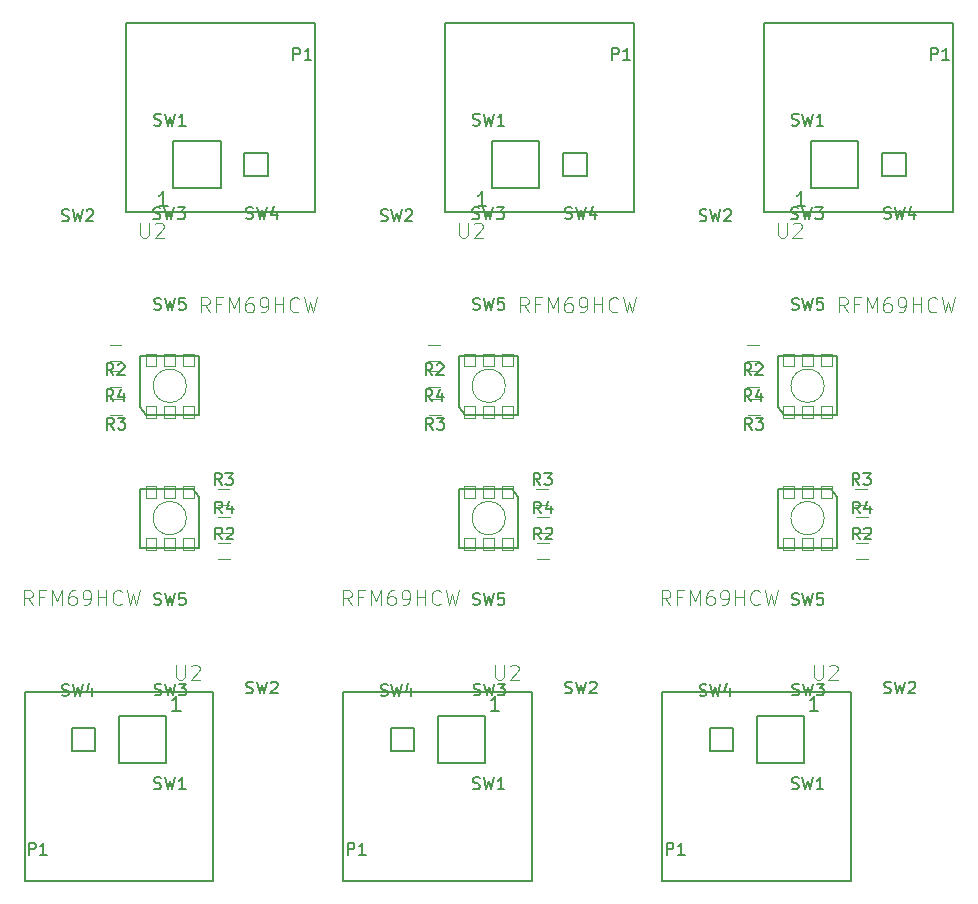
<source format=gbr>
G04 #@! TF.FileFunction,Legend,Top*
%FSLAX46Y46*%
G04 Gerber Fmt 4.6, Leading zero omitted, Abs format (unit mm)*
G04 Created by KiCad (PCBNEW 4.0.6-e0-6349~52~ubuntu16.10.1) date Sat Apr 29 12:35:10 2017*
%MOMM*%
%LPD*%
G01*
G04 APERTURE LIST*
%ADD10C,0.100000*%
%ADD11C,0.120000*%
%ADD12C,0.066040*%
%ADD13C,0.127000*%
%ADD14C,0.063500*%
%ADD15C,0.203200*%
%ADD16C,0.150000*%
%ADD17C,0.101600*%
%ADD18C,0.152400*%
G04 APERTURE END LIST*
D10*
D11*
X259100000Y-106880000D02*
X258100000Y-106880000D01*
X258100000Y-105520000D02*
X259100000Y-105520000D01*
X259050000Y-104480000D02*
X258050000Y-104480000D01*
X258050000Y-103120000D02*
X259050000Y-103120000D01*
X259100000Y-109080000D02*
X258100000Y-109080000D01*
X258100000Y-107720000D02*
X259100000Y-107720000D01*
D12*
X253550420Y-107299260D02*
X253550420Y-108297480D01*
X253550420Y-108297480D02*
X254449580Y-108297480D01*
X254449580Y-107299260D02*
X254449580Y-108297480D01*
X253550420Y-107299260D02*
X254449580Y-107299260D01*
X255148080Y-107299260D02*
X255148080Y-108297480D01*
X255148080Y-108297480D02*
X256049780Y-108297480D01*
X256049780Y-107299260D02*
X256049780Y-108297480D01*
X255148080Y-107299260D02*
X256049780Y-107299260D01*
X251950220Y-107299260D02*
X251950220Y-108297480D01*
X251950220Y-108297480D02*
X252851920Y-108297480D01*
X252851920Y-107299260D02*
X252851920Y-108297480D01*
X251950220Y-107299260D02*
X252851920Y-107299260D01*
X255148080Y-102902520D02*
X255148080Y-103900740D01*
X255148080Y-103900740D02*
X256049780Y-103900740D01*
X256049780Y-102902520D02*
X256049780Y-103900740D01*
X255148080Y-102902520D02*
X256049780Y-102902520D01*
X253550420Y-102902520D02*
X253550420Y-103900740D01*
X253550420Y-103900740D02*
X254449580Y-103900740D01*
X254449580Y-102902520D02*
X254449580Y-103900740D01*
X253550420Y-102902520D02*
X254449580Y-102902520D01*
X251950220Y-102902520D02*
X251950220Y-103900740D01*
X251950220Y-103900740D02*
X252851920Y-103900740D01*
X252851920Y-102902520D02*
X252851920Y-103900740D01*
X251950220Y-102902520D02*
X252851920Y-102902520D01*
D13*
X251500640Y-103100640D02*
X255998980Y-103100640D01*
X256499360Y-103801680D02*
X256499360Y-108099360D01*
X256499360Y-108099360D02*
X251500640Y-108099360D01*
X251500640Y-108099360D02*
X251500640Y-103100640D01*
X255998980Y-103100640D02*
X256499360Y-103801680D01*
D14*
X255411696Y-105600000D02*
G75*
G03X255411696Y-105600000I-1411696J0D01*
G01*
D15*
X257698460Y-120351540D02*
X241701540Y-120351540D01*
X241701540Y-120351540D02*
X241701540Y-136348460D01*
X241701540Y-136348460D02*
X257698460Y-136348460D01*
X257698460Y-136348460D02*
X257698460Y-120351540D01*
X253697960Y-122350520D02*
X253697960Y-126351020D01*
X253697960Y-126351020D02*
X249700000Y-126351020D01*
X249700000Y-126351020D02*
X249700000Y-122350520D01*
X249700000Y-122350520D02*
X253697960Y-122350520D01*
X247701020Y-125350260D02*
X247701020Y-123351280D01*
X245702040Y-123351280D02*
X247701020Y-123351280D01*
X245702040Y-125350260D02*
X245702040Y-123351280D01*
X245702040Y-125350260D02*
X247701020Y-125350260D01*
D11*
X232100000Y-106880000D02*
X231100000Y-106880000D01*
X231100000Y-105520000D02*
X232100000Y-105520000D01*
X205100000Y-106880000D02*
X204100000Y-106880000D01*
X204100000Y-105520000D02*
X205100000Y-105520000D01*
X232100000Y-109080000D02*
X231100000Y-109080000D01*
X231100000Y-107720000D02*
X232100000Y-107720000D01*
X205100000Y-109080000D02*
X204100000Y-109080000D01*
X204100000Y-107720000D02*
X205100000Y-107720000D01*
X232050000Y-104480000D02*
X231050000Y-104480000D01*
X231050000Y-103120000D02*
X232050000Y-103120000D01*
X205050000Y-104480000D02*
X204050000Y-104480000D01*
X204050000Y-103120000D02*
X205050000Y-103120000D01*
D12*
X226550420Y-107299260D02*
X226550420Y-108297480D01*
X226550420Y-108297480D02*
X227449580Y-108297480D01*
X227449580Y-107299260D02*
X227449580Y-108297480D01*
X226550420Y-107299260D02*
X227449580Y-107299260D01*
X228148080Y-107299260D02*
X228148080Y-108297480D01*
X228148080Y-108297480D02*
X229049780Y-108297480D01*
X229049780Y-107299260D02*
X229049780Y-108297480D01*
X228148080Y-107299260D02*
X229049780Y-107299260D01*
X224950220Y-107299260D02*
X224950220Y-108297480D01*
X224950220Y-108297480D02*
X225851920Y-108297480D01*
X225851920Y-107299260D02*
X225851920Y-108297480D01*
X224950220Y-107299260D02*
X225851920Y-107299260D01*
X228148080Y-102902520D02*
X228148080Y-103900740D01*
X228148080Y-103900740D02*
X229049780Y-103900740D01*
X229049780Y-102902520D02*
X229049780Y-103900740D01*
X228148080Y-102902520D02*
X229049780Y-102902520D01*
X226550420Y-102902520D02*
X226550420Y-103900740D01*
X226550420Y-103900740D02*
X227449580Y-103900740D01*
X227449580Y-102902520D02*
X227449580Y-103900740D01*
X226550420Y-102902520D02*
X227449580Y-102902520D01*
X224950220Y-102902520D02*
X224950220Y-103900740D01*
X224950220Y-103900740D02*
X225851920Y-103900740D01*
X225851920Y-102902520D02*
X225851920Y-103900740D01*
X224950220Y-102902520D02*
X225851920Y-102902520D01*
D13*
X224500640Y-103100640D02*
X228998980Y-103100640D01*
X229499360Y-103801680D02*
X229499360Y-108099360D01*
X229499360Y-108099360D02*
X224500640Y-108099360D01*
X224500640Y-108099360D02*
X224500640Y-103100640D01*
X228998980Y-103100640D02*
X229499360Y-103801680D01*
D14*
X228411696Y-105600000D02*
G75*
G03X228411696Y-105600000I-1411696J0D01*
G01*
D12*
X199550420Y-107299260D02*
X199550420Y-108297480D01*
X199550420Y-108297480D02*
X200449580Y-108297480D01*
X200449580Y-107299260D02*
X200449580Y-108297480D01*
X199550420Y-107299260D02*
X200449580Y-107299260D01*
X201148080Y-107299260D02*
X201148080Y-108297480D01*
X201148080Y-108297480D02*
X202049780Y-108297480D01*
X202049780Y-107299260D02*
X202049780Y-108297480D01*
X201148080Y-107299260D02*
X202049780Y-107299260D01*
X197950220Y-107299260D02*
X197950220Y-108297480D01*
X197950220Y-108297480D02*
X198851920Y-108297480D01*
X198851920Y-107299260D02*
X198851920Y-108297480D01*
X197950220Y-107299260D02*
X198851920Y-107299260D01*
X201148080Y-102902520D02*
X201148080Y-103900740D01*
X201148080Y-103900740D02*
X202049780Y-103900740D01*
X202049780Y-102902520D02*
X202049780Y-103900740D01*
X201148080Y-102902520D02*
X202049780Y-102902520D01*
X199550420Y-102902520D02*
X199550420Y-103900740D01*
X199550420Y-103900740D02*
X200449580Y-103900740D01*
X200449580Y-102902520D02*
X200449580Y-103900740D01*
X199550420Y-102902520D02*
X200449580Y-102902520D01*
X197950220Y-102902520D02*
X197950220Y-103900740D01*
X197950220Y-103900740D02*
X198851920Y-103900740D01*
X198851920Y-102902520D02*
X198851920Y-103900740D01*
X197950220Y-102902520D02*
X198851920Y-102902520D01*
D13*
X197500640Y-103100640D02*
X201998980Y-103100640D01*
X202499360Y-103801680D02*
X202499360Y-108099360D01*
X202499360Y-108099360D02*
X197500640Y-108099360D01*
X197500640Y-108099360D02*
X197500640Y-103100640D01*
X201998980Y-103100640D02*
X202499360Y-103801680D01*
D14*
X201411696Y-105600000D02*
G75*
G03X201411696Y-105600000I-1411696J0D01*
G01*
D15*
X230698460Y-120351540D02*
X214701540Y-120351540D01*
X214701540Y-120351540D02*
X214701540Y-136348460D01*
X214701540Y-136348460D02*
X230698460Y-136348460D01*
X230698460Y-136348460D02*
X230698460Y-120351540D01*
X226697960Y-122350520D02*
X226697960Y-126351020D01*
X226697960Y-126351020D02*
X222700000Y-126351020D01*
X222700000Y-126351020D02*
X222700000Y-122350520D01*
X222700000Y-122350520D02*
X226697960Y-122350520D01*
X220701020Y-125350260D02*
X220701020Y-123351280D01*
X218702040Y-123351280D02*
X220701020Y-123351280D01*
X218702040Y-125350260D02*
X218702040Y-123351280D01*
X218702040Y-125350260D02*
X220701020Y-125350260D01*
X203698460Y-120351540D02*
X187701540Y-120351540D01*
X187701540Y-120351540D02*
X187701540Y-136348460D01*
X187701540Y-136348460D02*
X203698460Y-136348460D01*
X203698460Y-136348460D02*
X203698460Y-120351540D01*
X199697960Y-122350520D02*
X199697960Y-126351020D01*
X199697960Y-126351020D02*
X195700000Y-126351020D01*
X195700000Y-126351020D02*
X195700000Y-122350520D01*
X195700000Y-122350520D02*
X199697960Y-122350520D01*
X193701020Y-125350260D02*
X193701020Y-123351280D01*
X191702040Y-123351280D02*
X193701020Y-123351280D01*
X191702040Y-125350260D02*
X191702040Y-123351280D01*
X191702040Y-125350260D02*
X193701020Y-125350260D01*
X250301540Y-79648460D02*
X266298460Y-79648460D01*
X266298460Y-79648460D02*
X266298460Y-63651540D01*
X266298460Y-63651540D02*
X250301540Y-63651540D01*
X250301540Y-63651540D02*
X250301540Y-79648460D01*
X254302040Y-77649480D02*
X254302040Y-73648980D01*
X254302040Y-73648980D02*
X258300000Y-73648980D01*
X258300000Y-73648980D02*
X258300000Y-77649480D01*
X258300000Y-77649480D02*
X254302040Y-77649480D01*
X260298980Y-74649740D02*
X260298980Y-76648720D01*
X262297960Y-76648720D02*
X260298980Y-76648720D01*
X262297960Y-74649740D02*
X262297960Y-76648720D01*
X262297960Y-74649740D02*
X260298980Y-74649740D01*
X223301540Y-79648460D02*
X239298460Y-79648460D01*
X239298460Y-79648460D02*
X239298460Y-63651540D01*
X239298460Y-63651540D02*
X223301540Y-63651540D01*
X223301540Y-63651540D02*
X223301540Y-79648460D01*
X227302040Y-77649480D02*
X227302040Y-73648980D01*
X227302040Y-73648980D02*
X231300000Y-73648980D01*
X231300000Y-73648980D02*
X231300000Y-77649480D01*
X231300000Y-77649480D02*
X227302040Y-77649480D01*
X233298980Y-74649740D02*
X233298980Y-76648720D01*
X235297960Y-76648720D02*
X233298980Y-76648720D01*
X235297960Y-74649740D02*
X235297960Y-76648720D01*
X235297960Y-74649740D02*
X233298980Y-74649740D01*
D12*
X254449580Y-92700740D02*
X254449580Y-91702520D01*
X254449580Y-91702520D02*
X253550420Y-91702520D01*
X253550420Y-92700740D02*
X253550420Y-91702520D01*
X254449580Y-92700740D02*
X253550420Y-92700740D01*
X252851920Y-92700740D02*
X252851920Y-91702520D01*
X252851920Y-91702520D02*
X251950220Y-91702520D01*
X251950220Y-92700740D02*
X251950220Y-91702520D01*
X252851920Y-92700740D02*
X251950220Y-92700740D01*
X256049780Y-92700740D02*
X256049780Y-91702520D01*
X256049780Y-91702520D02*
X255148080Y-91702520D01*
X255148080Y-92700740D02*
X255148080Y-91702520D01*
X256049780Y-92700740D02*
X255148080Y-92700740D01*
X252851920Y-97097480D02*
X252851920Y-96099260D01*
X252851920Y-96099260D02*
X251950220Y-96099260D01*
X251950220Y-97097480D02*
X251950220Y-96099260D01*
X252851920Y-97097480D02*
X251950220Y-97097480D01*
X254449580Y-97097480D02*
X254449580Y-96099260D01*
X254449580Y-96099260D02*
X253550420Y-96099260D01*
X253550420Y-97097480D02*
X253550420Y-96099260D01*
X254449580Y-97097480D02*
X253550420Y-97097480D01*
X256049780Y-97097480D02*
X256049780Y-96099260D01*
X256049780Y-96099260D02*
X255148080Y-96099260D01*
X255148080Y-97097480D02*
X255148080Y-96099260D01*
X256049780Y-97097480D02*
X255148080Y-97097480D01*
D13*
X256499360Y-96899360D02*
X252001020Y-96899360D01*
X251500640Y-96198320D02*
X251500640Y-91900640D01*
X251500640Y-91900640D02*
X256499360Y-91900640D01*
X256499360Y-91900640D02*
X256499360Y-96899360D01*
X252001020Y-96899360D02*
X251500640Y-96198320D01*
D14*
X255411696Y-94400000D02*
G75*
G03X255411696Y-94400000I-1411696J0D01*
G01*
D12*
X227449580Y-92700740D02*
X227449580Y-91702520D01*
X227449580Y-91702520D02*
X226550420Y-91702520D01*
X226550420Y-92700740D02*
X226550420Y-91702520D01*
X227449580Y-92700740D02*
X226550420Y-92700740D01*
X225851920Y-92700740D02*
X225851920Y-91702520D01*
X225851920Y-91702520D02*
X224950220Y-91702520D01*
X224950220Y-92700740D02*
X224950220Y-91702520D01*
X225851920Y-92700740D02*
X224950220Y-92700740D01*
X229049780Y-92700740D02*
X229049780Y-91702520D01*
X229049780Y-91702520D02*
X228148080Y-91702520D01*
X228148080Y-92700740D02*
X228148080Y-91702520D01*
X229049780Y-92700740D02*
X228148080Y-92700740D01*
X225851920Y-97097480D02*
X225851920Y-96099260D01*
X225851920Y-96099260D02*
X224950220Y-96099260D01*
X224950220Y-97097480D02*
X224950220Y-96099260D01*
X225851920Y-97097480D02*
X224950220Y-97097480D01*
X227449580Y-97097480D02*
X227449580Y-96099260D01*
X227449580Y-96099260D02*
X226550420Y-96099260D01*
X226550420Y-97097480D02*
X226550420Y-96099260D01*
X227449580Y-97097480D02*
X226550420Y-97097480D01*
X229049780Y-97097480D02*
X229049780Y-96099260D01*
X229049780Y-96099260D02*
X228148080Y-96099260D01*
X228148080Y-97097480D02*
X228148080Y-96099260D01*
X229049780Y-97097480D02*
X228148080Y-97097480D01*
D13*
X229499360Y-96899360D02*
X225001020Y-96899360D01*
X224500640Y-96198320D02*
X224500640Y-91900640D01*
X224500640Y-91900640D02*
X229499360Y-91900640D01*
X229499360Y-91900640D02*
X229499360Y-96899360D01*
X225001020Y-96899360D02*
X224500640Y-96198320D01*
D14*
X228411696Y-94400000D02*
G75*
G03X228411696Y-94400000I-1411696J0D01*
G01*
D11*
X248950000Y-95520000D02*
X249950000Y-95520000D01*
X249950000Y-96880000D02*
X248950000Y-96880000D01*
X221950000Y-95520000D02*
X222950000Y-95520000D01*
X222950000Y-96880000D02*
X221950000Y-96880000D01*
X248900000Y-90920000D02*
X249900000Y-90920000D01*
X249900000Y-92280000D02*
X248900000Y-92280000D01*
X221900000Y-90920000D02*
X222900000Y-90920000D01*
X222900000Y-92280000D02*
X221900000Y-92280000D01*
X248900000Y-93120000D02*
X249900000Y-93120000D01*
X249900000Y-94480000D02*
X248900000Y-94480000D01*
X221900000Y-93120000D02*
X222900000Y-93120000D01*
X222900000Y-94480000D02*
X221900000Y-94480000D01*
D15*
X196301540Y-79648460D02*
X212298460Y-79648460D01*
X212298460Y-79648460D02*
X212298460Y-63651540D01*
X212298460Y-63651540D02*
X196301540Y-63651540D01*
X196301540Y-63651540D02*
X196301540Y-79648460D01*
X200302040Y-77649480D02*
X200302040Y-73648980D01*
X200302040Y-73648980D02*
X204300000Y-73648980D01*
X204300000Y-73648980D02*
X204300000Y-77649480D01*
X204300000Y-77649480D02*
X200302040Y-77649480D01*
X206298980Y-74649740D02*
X206298980Y-76648720D01*
X208297960Y-76648720D02*
X206298980Y-76648720D01*
X208297960Y-74649740D02*
X208297960Y-76648720D01*
X208297960Y-74649740D02*
X206298980Y-74649740D01*
D12*
X200449580Y-92700740D02*
X200449580Y-91702520D01*
X200449580Y-91702520D02*
X199550420Y-91702520D01*
X199550420Y-92700740D02*
X199550420Y-91702520D01*
X200449580Y-92700740D02*
X199550420Y-92700740D01*
X198851920Y-92700740D02*
X198851920Y-91702520D01*
X198851920Y-91702520D02*
X197950220Y-91702520D01*
X197950220Y-92700740D02*
X197950220Y-91702520D01*
X198851920Y-92700740D02*
X197950220Y-92700740D01*
X202049780Y-92700740D02*
X202049780Y-91702520D01*
X202049780Y-91702520D02*
X201148080Y-91702520D01*
X201148080Y-92700740D02*
X201148080Y-91702520D01*
X202049780Y-92700740D02*
X201148080Y-92700740D01*
X198851920Y-97097480D02*
X198851920Y-96099260D01*
X198851920Y-96099260D02*
X197950220Y-96099260D01*
X197950220Y-97097480D02*
X197950220Y-96099260D01*
X198851920Y-97097480D02*
X197950220Y-97097480D01*
X200449580Y-97097480D02*
X200449580Y-96099260D01*
X200449580Y-96099260D02*
X199550420Y-96099260D01*
X199550420Y-97097480D02*
X199550420Y-96099260D01*
X200449580Y-97097480D02*
X199550420Y-97097480D01*
X202049780Y-97097480D02*
X202049780Y-96099260D01*
X202049780Y-96099260D02*
X201148080Y-96099260D01*
X201148080Y-97097480D02*
X201148080Y-96099260D01*
X202049780Y-97097480D02*
X201148080Y-97097480D01*
D13*
X202499360Y-96899360D02*
X198001020Y-96899360D01*
X197500640Y-96198320D02*
X197500640Y-91900640D01*
X197500640Y-91900640D02*
X202499360Y-91900640D01*
X202499360Y-91900640D02*
X202499360Y-96899360D01*
X198001020Y-96899360D02*
X197500640Y-96198320D01*
D14*
X201411696Y-94400000D02*
G75*
G03X201411696Y-94400000I-1411696J0D01*
G01*
D11*
X194900000Y-90920000D02*
X195900000Y-90920000D01*
X195900000Y-92280000D02*
X194900000Y-92280000D01*
X194950000Y-95520000D02*
X195950000Y-95520000D01*
X195950000Y-96880000D02*
X194950000Y-96880000D01*
X194900000Y-93120000D02*
X195900000Y-93120000D01*
X195900000Y-94480000D02*
X194900000Y-94480000D01*
D16*
X242061905Y-134102381D02*
X242061905Y-133102381D01*
X242442858Y-133102381D01*
X242538096Y-133150000D01*
X242585715Y-133197619D01*
X242633334Y-133292857D01*
X242633334Y-133435714D01*
X242585715Y-133530952D01*
X242538096Y-133578571D01*
X242442858Y-133626190D01*
X242061905Y-133626190D01*
X243585715Y-134102381D02*
X243014286Y-134102381D01*
X243300000Y-134102381D02*
X243300000Y-133102381D01*
X243204762Y-133245238D01*
X243109524Y-133340476D01*
X243014286Y-133388095D01*
X258433334Y-105202381D02*
X258100000Y-104726190D01*
X257861905Y-105202381D02*
X257861905Y-104202381D01*
X258242858Y-104202381D01*
X258338096Y-104250000D01*
X258385715Y-104297619D01*
X258433334Y-104392857D01*
X258433334Y-104535714D01*
X258385715Y-104630952D01*
X258338096Y-104678571D01*
X258242858Y-104726190D01*
X257861905Y-104726190D01*
X259290477Y-104535714D02*
X259290477Y-105202381D01*
X259052381Y-104154762D02*
X258814286Y-104869048D01*
X259433334Y-104869048D01*
X258383334Y-102802381D02*
X258050000Y-102326190D01*
X257811905Y-102802381D02*
X257811905Y-101802381D01*
X258192858Y-101802381D01*
X258288096Y-101850000D01*
X258335715Y-101897619D01*
X258383334Y-101992857D01*
X258383334Y-102135714D01*
X258335715Y-102230952D01*
X258288096Y-102278571D01*
X258192858Y-102326190D01*
X257811905Y-102326190D01*
X258716667Y-101802381D02*
X259335715Y-101802381D01*
X259002381Y-102183333D01*
X259145239Y-102183333D01*
X259240477Y-102230952D01*
X259288096Y-102278571D01*
X259335715Y-102373810D01*
X259335715Y-102611905D01*
X259288096Y-102707143D01*
X259240477Y-102754762D01*
X259145239Y-102802381D01*
X258859524Y-102802381D01*
X258764286Y-102754762D01*
X258716667Y-102707143D01*
X258433334Y-107402381D02*
X258100000Y-106926190D01*
X257861905Y-107402381D02*
X257861905Y-106402381D01*
X258242858Y-106402381D01*
X258338096Y-106450000D01*
X258385715Y-106497619D01*
X258433334Y-106592857D01*
X258433334Y-106735714D01*
X258385715Y-106830952D01*
X258338096Y-106878571D01*
X258242858Y-106926190D01*
X257861905Y-106926190D01*
X258814286Y-106497619D02*
X258861905Y-106450000D01*
X258957143Y-106402381D01*
X259195239Y-106402381D01*
X259290477Y-106450000D01*
X259338096Y-106497619D01*
X259385715Y-106592857D01*
X259385715Y-106688095D01*
X259338096Y-106830952D01*
X258766667Y-107402381D01*
X259385715Y-107402381D01*
X252666667Y-128494762D02*
X252809524Y-128542381D01*
X253047620Y-128542381D01*
X253142858Y-128494762D01*
X253190477Y-128447143D01*
X253238096Y-128351905D01*
X253238096Y-128256667D01*
X253190477Y-128161429D01*
X253142858Y-128113810D01*
X253047620Y-128066190D01*
X252857143Y-128018571D01*
X252761905Y-127970952D01*
X252714286Y-127923333D01*
X252666667Y-127828095D01*
X252666667Y-127732857D01*
X252714286Y-127637619D01*
X252761905Y-127590000D01*
X252857143Y-127542381D01*
X253095239Y-127542381D01*
X253238096Y-127590000D01*
X253571429Y-127542381D02*
X253809524Y-128542381D01*
X254000001Y-127828095D01*
X254190477Y-128542381D01*
X254428572Y-127542381D01*
X255333334Y-128542381D02*
X254761905Y-128542381D01*
X255047619Y-128542381D02*
X255047619Y-127542381D01*
X254952381Y-127685238D01*
X254857143Y-127780476D01*
X254761905Y-127828095D01*
X260466667Y-120394762D02*
X260609524Y-120442381D01*
X260847620Y-120442381D01*
X260942858Y-120394762D01*
X260990477Y-120347143D01*
X261038096Y-120251905D01*
X261038096Y-120156667D01*
X260990477Y-120061429D01*
X260942858Y-120013810D01*
X260847620Y-119966190D01*
X260657143Y-119918571D01*
X260561905Y-119870952D01*
X260514286Y-119823333D01*
X260466667Y-119728095D01*
X260466667Y-119632857D01*
X260514286Y-119537619D01*
X260561905Y-119490000D01*
X260657143Y-119442381D01*
X260895239Y-119442381D01*
X261038096Y-119490000D01*
X261371429Y-119442381D02*
X261609524Y-120442381D01*
X261800001Y-119728095D01*
X261990477Y-120442381D01*
X262228572Y-119442381D01*
X262561905Y-119537619D02*
X262609524Y-119490000D01*
X262704762Y-119442381D01*
X262942858Y-119442381D01*
X263038096Y-119490000D01*
X263085715Y-119537619D01*
X263133334Y-119632857D01*
X263133334Y-119728095D01*
X263085715Y-119870952D01*
X262514286Y-120442381D01*
X263133334Y-120442381D01*
X244866667Y-120594762D02*
X245009524Y-120642381D01*
X245247620Y-120642381D01*
X245342858Y-120594762D01*
X245390477Y-120547143D01*
X245438096Y-120451905D01*
X245438096Y-120356667D01*
X245390477Y-120261429D01*
X245342858Y-120213810D01*
X245247620Y-120166190D01*
X245057143Y-120118571D01*
X244961905Y-120070952D01*
X244914286Y-120023333D01*
X244866667Y-119928095D01*
X244866667Y-119832857D01*
X244914286Y-119737619D01*
X244961905Y-119690000D01*
X245057143Y-119642381D01*
X245295239Y-119642381D01*
X245438096Y-119690000D01*
X245771429Y-119642381D02*
X246009524Y-120642381D01*
X246200001Y-119928095D01*
X246390477Y-120642381D01*
X246628572Y-119642381D01*
X247438096Y-119975714D02*
X247438096Y-120642381D01*
X247200000Y-119594762D02*
X246961905Y-120309048D01*
X247580953Y-120309048D01*
X252666667Y-112894762D02*
X252809524Y-112942381D01*
X253047620Y-112942381D01*
X253142858Y-112894762D01*
X253190477Y-112847143D01*
X253238096Y-112751905D01*
X253238096Y-112656667D01*
X253190477Y-112561429D01*
X253142858Y-112513810D01*
X253047620Y-112466190D01*
X252857143Y-112418571D01*
X252761905Y-112370952D01*
X252714286Y-112323333D01*
X252666667Y-112228095D01*
X252666667Y-112132857D01*
X252714286Y-112037619D01*
X252761905Y-111990000D01*
X252857143Y-111942381D01*
X253095239Y-111942381D01*
X253238096Y-111990000D01*
X253571429Y-111942381D02*
X253809524Y-112942381D01*
X254000001Y-112228095D01*
X254190477Y-112942381D01*
X254428572Y-111942381D01*
X255285715Y-111942381D02*
X254809524Y-111942381D01*
X254761905Y-112418571D01*
X254809524Y-112370952D01*
X254904762Y-112323333D01*
X255142858Y-112323333D01*
X255238096Y-112370952D01*
X255285715Y-112418571D01*
X255333334Y-112513810D01*
X255333334Y-112751905D01*
X255285715Y-112847143D01*
X255238096Y-112894762D01*
X255142858Y-112942381D01*
X254904762Y-112942381D01*
X254809524Y-112894762D01*
X254761905Y-112847143D01*
X252716667Y-120564762D02*
X252859524Y-120612381D01*
X253097620Y-120612381D01*
X253192858Y-120564762D01*
X253240477Y-120517143D01*
X253288096Y-120421905D01*
X253288096Y-120326667D01*
X253240477Y-120231429D01*
X253192858Y-120183810D01*
X253097620Y-120136190D01*
X252907143Y-120088571D01*
X252811905Y-120040952D01*
X252764286Y-119993333D01*
X252716667Y-119898095D01*
X252716667Y-119802857D01*
X252764286Y-119707619D01*
X252811905Y-119660000D01*
X252907143Y-119612381D01*
X253145239Y-119612381D01*
X253288096Y-119660000D01*
X253621429Y-119612381D02*
X253859524Y-120612381D01*
X254050001Y-119898095D01*
X254240477Y-120612381D01*
X254478572Y-119612381D01*
X254764286Y-119612381D02*
X255383334Y-119612381D01*
X255050000Y-119993333D01*
X255192858Y-119993333D01*
X255288096Y-120040952D01*
X255335715Y-120088571D01*
X255383334Y-120183810D01*
X255383334Y-120421905D01*
X255335715Y-120517143D01*
X255288096Y-120564762D01*
X255192858Y-120612381D01*
X254907143Y-120612381D01*
X254811905Y-120564762D01*
X254764286Y-120517143D01*
D17*
X254556601Y-118020304D02*
X254556601Y-119048399D01*
X254617077Y-119169351D01*
X254677553Y-119229828D01*
X254798506Y-119290304D01*
X255040410Y-119290304D01*
X255161363Y-119229828D01*
X255221839Y-119169351D01*
X255282315Y-119048399D01*
X255282315Y-118020304D01*
X255826601Y-118141256D02*
X255887077Y-118080780D01*
X256008029Y-118020304D01*
X256310410Y-118020304D01*
X256431363Y-118080780D01*
X256491839Y-118141256D01*
X256552315Y-118262209D01*
X256552315Y-118383161D01*
X256491839Y-118564590D01*
X255766125Y-119290304D01*
X256552315Y-119290304D01*
X242387619Y-112974524D02*
X241964286Y-112369762D01*
X241661905Y-112974524D02*
X241661905Y-111704524D01*
X242145714Y-111704524D01*
X242266667Y-111765000D01*
X242327143Y-111825476D01*
X242387619Y-111946429D01*
X242387619Y-112127857D01*
X242327143Y-112248810D01*
X242266667Y-112309286D01*
X242145714Y-112369762D01*
X241661905Y-112369762D01*
X243355238Y-112309286D02*
X242931905Y-112309286D01*
X242931905Y-112974524D02*
X242931905Y-111704524D01*
X243536667Y-111704524D01*
X244020476Y-112974524D02*
X244020476Y-111704524D01*
X244443809Y-112611667D01*
X244867143Y-111704524D01*
X244867143Y-112974524D01*
X246016191Y-111704524D02*
X245774286Y-111704524D01*
X245653334Y-111765000D01*
X245592857Y-111825476D01*
X245471905Y-112006905D01*
X245411429Y-112248810D01*
X245411429Y-112732619D01*
X245471905Y-112853571D01*
X245532381Y-112914048D01*
X245653334Y-112974524D01*
X245895238Y-112974524D01*
X246016191Y-112914048D01*
X246076667Y-112853571D01*
X246137143Y-112732619D01*
X246137143Y-112430238D01*
X246076667Y-112309286D01*
X246016191Y-112248810D01*
X245895238Y-112188333D01*
X245653334Y-112188333D01*
X245532381Y-112248810D01*
X245471905Y-112309286D01*
X245411429Y-112430238D01*
X246741905Y-112974524D02*
X246983810Y-112974524D01*
X247104762Y-112914048D01*
X247165238Y-112853571D01*
X247286191Y-112672143D01*
X247346667Y-112430238D01*
X247346667Y-111946429D01*
X247286191Y-111825476D01*
X247225715Y-111765000D01*
X247104762Y-111704524D01*
X246862858Y-111704524D01*
X246741905Y-111765000D01*
X246681429Y-111825476D01*
X246620953Y-111946429D01*
X246620953Y-112248810D01*
X246681429Y-112369762D01*
X246741905Y-112430238D01*
X246862858Y-112490714D01*
X247104762Y-112490714D01*
X247225715Y-112430238D01*
X247286191Y-112369762D01*
X247346667Y-112248810D01*
X247890953Y-112974524D02*
X247890953Y-111704524D01*
X247890953Y-112309286D02*
X248616667Y-112309286D01*
X248616667Y-112974524D02*
X248616667Y-111704524D01*
X249947143Y-112853571D02*
X249886667Y-112914048D01*
X249705238Y-112974524D01*
X249584286Y-112974524D01*
X249402858Y-112914048D01*
X249281905Y-112793095D01*
X249221429Y-112672143D01*
X249160953Y-112430238D01*
X249160953Y-112248810D01*
X249221429Y-112006905D01*
X249281905Y-111885952D01*
X249402858Y-111765000D01*
X249584286Y-111704524D01*
X249705238Y-111704524D01*
X249886667Y-111765000D01*
X249947143Y-111825476D01*
X250370477Y-111704524D02*
X250672858Y-112974524D01*
X250914762Y-112067381D01*
X251156667Y-112974524D01*
X251459048Y-111704524D01*
D18*
X254911717Y-121939524D02*
X254186003Y-121939524D01*
X254548860Y-121939524D02*
X254548860Y-120669524D01*
X254427908Y-120850952D01*
X254306955Y-120971905D01*
X254186003Y-121032381D01*
D16*
X217866667Y-120594762D02*
X218009524Y-120642381D01*
X218247620Y-120642381D01*
X218342858Y-120594762D01*
X218390477Y-120547143D01*
X218438096Y-120451905D01*
X218438096Y-120356667D01*
X218390477Y-120261429D01*
X218342858Y-120213810D01*
X218247620Y-120166190D01*
X218057143Y-120118571D01*
X217961905Y-120070952D01*
X217914286Y-120023333D01*
X217866667Y-119928095D01*
X217866667Y-119832857D01*
X217914286Y-119737619D01*
X217961905Y-119690000D01*
X218057143Y-119642381D01*
X218295239Y-119642381D01*
X218438096Y-119690000D01*
X218771429Y-119642381D02*
X219009524Y-120642381D01*
X219200001Y-119928095D01*
X219390477Y-120642381D01*
X219628572Y-119642381D01*
X220438096Y-119975714D02*
X220438096Y-120642381D01*
X220200000Y-119594762D02*
X219961905Y-120309048D01*
X220580953Y-120309048D01*
X190866667Y-120594762D02*
X191009524Y-120642381D01*
X191247620Y-120642381D01*
X191342858Y-120594762D01*
X191390477Y-120547143D01*
X191438096Y-120451905D01*
X191438096Y-120356667D01*
X191390477Y-120261429D01*
X191342858Y-120213810D01*
X191247620Y-120166190D01*
X191057143Y-120118571D01*
X190961905Y-120070952D01*
X190914286Y-120023333D01*
X190866667Y-119928095D01*
X190866667Y-119832857D01*
X190914286Y-119737619D01*
X190961905Y-119690000D01*
X191057143Y-119642381D01*
X191295239Y-119642381D01*
X191438096Y-119690000D01*
X191771429Y-119642381D02*
X192009524Y-120642381D01*
X192200001Y-119928095D01*
X192390477Y-120642381D01*
X192628572Y-119642381D01*
X193438096Y-119975714D02*
X193438096Y-120642381D01*
X193200000Y-119594762D02*
X192961905Y-120309048D01*
X193580953Y-120309048D01*
X215061905Y-134102381D02*
X215061905Y-133102381D01*
X215442858Y-133102381D01*
X215538096Y-133150000D01*
X215585715Y-133197619D01*
X215633334Y-133292857D01*
X215633334Y-133435714D01*
X215585715Y-133530952D01*
X215538096Y-133578571D01*
X215442858Y-133626190D01*
X215061905Y-133626190D01*
X216585715Y-134102381D02*
X216014286Y-134102381D01*
X216300000Y-134102381D02*
X216300000Y-133102381D01*
X216204762Y-133245238D01*
X216109524Y-133340476D01*
X216014286Y-133388095D01*
X188061905Y-134102381D02*
X188061905Y-133102381D01*
X188442858Y-133102381D01*
X188538096Y-133150000D01*
X188585715Y-133197619D01*
X188633334Y-133292857D01*
X188633334Y-133435714D01*
X188585715Y-133530952D01*
X188538096Y-133578571D01*
X188442858Y-133626190D01*
X188061905Y-133626190D01*
X189585715Y-134102381D02*
X189014286Y-134102381D01*
X189300000Y-134102381D02*
X189300000Y-133102381D01*
X189204762Y-133245238D01*
X189109524Y-133340476D01*
X189014286Y-133388095D01*
X225666667Y-128494762D02*
X225809524Y-128542381D01*
X226047620Y-128542381D01*
X226142858Y-128494762D01*
X226190477Y-128447143D01*
X226238096Y-128351905D01*
X226238096Y-128256667D01*
X226190477Y-128161429D01*
X226142858Y-128113810D01*
X226047620Y-128066190D01*
X225857143Y-128018571D01*
X225761905Y-127970952D01*
X225714286Y-127923333D01*
X225666667Y-127828095D01*
X225666667Y-127732857D01*
X225714286Y-127637619D01*
X225761905Y-127590000D01*
X225857143Y-127542381D01*
X226095239Y-127542381D01*
X226238096Y-127590000D01*
X226571429Y-127542381D02*
X226809524Y-128542381D01*
X227000001Y-127828095D01*
X227190477Y-128542381D01*
X227428572Y-127542381D01*
X228333334Y-128542381D02*
X227761905Y-128542381D01*
X228047619Y-128542381D02*
X228047619Y-127542381D01*
X227952381Y-127685238D01*
X227857143Y-127780476D01*
X227761905Y-127828095D01*
X198666667Y-128494762D02*
X198809524Y-128542381D01*
X199047620Y-128542381D01*
X199142858Y-128494762D01*
X199190477Y-128447143D01*
X199238096Y-128351905D01*
X199238096Y-128256667D01*
X199190477Y-128161429D01*
X199142858Y-128113810D01*
X199047620Y-128066190D01*
X198857143Y-128018571D01*
X198761905Y-127970952D01*
X198714286Y-127923333D01*
X198666667Y-127828095D01*
X198666667Y-127732857D01*
X198714286Y-127637619D01*
X198761905Y-127590000D01*
X198857143Y-127542381D01*
X199095239Y-127542381D01*
X199238096Y-127590000D01*
X199571429Y-127542381D02*
X199809524Y-128542381D01*
X200000001Y-127828095D01*
X200190477Y-128542381D01*
X200428572Y-127542381D01*
X201333334Y-128542381D02*
X200761905Y-128542381D01*
X201047619Y-128542381D02*
X201047619Y-127542381D01*
X200952381Y-127685238D01*
X200857143Y-127780476D01*
X200761905Y-127828095D01*
X225716667Y-120564762D02*
X225859524Y-120612381D01*
X226097620Y-120612381D01*
X226192858Y-120564762D01*
X226240477Y-120517143D01*
X226288096Y-120421905D01*
X226288096Y-120326667D01*
X226240477Y-120231429D01*
X226192858Y-120183810D01*
X226097620Y-120136190D01*
X225907143Y-120088571D01*
X225811905Y-120040952D01*
X225764286Y-119993333D01*
X225716667Y-119898095D01*
X225716667Y-119802857D01*
X225764286Y-119707619D01*
X225811905Y-119660000D01*
X225907143Y-119612381D01*
X226145239Y-119612381D01*
X226288096Y-119660000D01*
X226621429Y-119612381D02*
X226859524Y-120612381D01*
X227050001Y-119898095D01*
X227240477Y-120612381D01*
X227478572Y-119612381D01*
X227764286Y-119612381D02*
X228383334Y-119612381D01*
X228050000Y-119993333D01*
X228192858Y-119993333D01*
X228288096Y-120040952D01*
X228335715Y-120088571D01*
X228383334Y-120183810D01*
X228383334Y-120421905D01*
X228335715Y-120517143D01*
X228288096Y-120564762D01*
X228192858Y-120612381D01*
X227907143Y-120612381D01*
X227811905Y-120564762D01*
X227764286Y-120517143D01*
X198716667Y-120564762D02*
X198859524Y-120612381D01*
X199097620Y-120612381D01*
X199192858Y-120564762D01*
X199240477Y-120517143D01*
X199288096Y-120421905D01*
X199288096Y-120326667D01*
X199240477Y-120231429D01*
X199192858Y-120183810D01*
X199097620Y-120136190D01*
X198907143Y-120088571D01*
X198811905Y-120040952D01*
X198764286Y-119993333D01*
X198716667Y-119898095D01*
X198716667Y-119802857D01*
X198764286Y-119707619D01*
X198811905Y-119660000D01*
X198907143Y-119612381D01*
X199145239Y-119612381D01*
X199288096Y-119660000D01*
X199621429Y-119612381D02*
X199859524Y-120612381D01*
X200050001Y-119898095D01*
X200240477Y-120612381D01*
X200478572Y-119612381D01*
X200764286Y-119612381D02*
X201383334Y-119612381D01*
X201050000Y-119993333D01*
X201192858Y-119993333D01*
X201288096Y-120040952D01*
X201335715Y-120088571D01*
X201383334Y-120183810D01*
X201383334Y-120421905D01*
X201335715Y-120517143D01*
X201288096Y-120564762D01*
X201192858Y-120612381D01*
X200907143Y-120612381D01*
X200811905Y-120564762D01*
X200764286Y-120517143D01*
X233466667Y-120394762D02*
X233609524Y-120442381D01*
X233847620Y-120442381D01*
X233942858Y-120394762D01*
X233990477Y-120347143D01*
X234038096Y-120251905D01*
X234038096Y-120156667D01*
X233990477Y-120061429D01*
X233942858Y-120013810D01*
X233847620Y-119966190D01*
X233657143Y-119918571D01*
X233561905Y-119870952D01*
X233514286Y-119823333D01*
X233466667Y-119728095D01*
X233466667Y-119632857D01*
X233514286Y-119537619D01*
X233561905Y-119490000D01*
X233657143Y-119442381D01*
X233895239Y-119442381D01*
X234038096Y-119490000D01*
X234371429Y-119442381D02*
X234609524Y-120442381D01*
X234800001Y-119728095D01*
X234990477Y-120442381D01*
X235228572Y-119442381D01*
X235561905Y-119537619D02*
X235609524Y-119490000D01*
X235704762Y-119442381D01*
X235942858Y-119442381D01*
X236038096Y-119490000D01*
X236085715Y-119537619D01*
X236133334Y-119632857D01*
X236133334Y-119728095D01*
X236085715Y-119870952D01*
X235514286Y-120442381D01*
X236133334Y-120442381D01*
X206466667Y-120394762D02*
X206609524Y-120442381D01*
X206847620Y-120442381D01*
X206942858Y-120394762D01*
X206990477Y-120347143D01*
X207038096Y-120251905D01*
X207038096Y-120156667D01*
X206990477Y-120061429D01*
X206942858Y-120013810D01*
X206847620Y-119966190D01*
X206657143Y-119918571D01*
X206561905Y-119870952D01*
X206514286Y-119823333D01*
X206466667Y-119728095D01*
X206466667Y-119632857D01*
X206514286Y-119537619D01*
X206561905Y-119490000D01*
X206657143Y-119442381D01*
X206895239Y-119442381D01*
X207038096Y-119490000D01*
X207371429Y-119442381D02*
X207609524Y-120442381D01*
X207800001Y-119728095D01*
X207990477Y-120442381D01*
X208228572Y-119442381D01*
X208561905Y-119537619D02*
X208609524Y-119490000D01*
X208704762Y-119442381D01*
X208942858Y-119442381D01*
X209038096Y-119490000D01*
X209085715Y-119537619D01*
X209133334Y-119632857D01*
X209133334Y-119728095D01*
X209085715Y-119870952D01*
X208514286Y-120442381D01*
X209133334Y-120442381D01*
X231433334Y-105202381D02*
X231100000Y-104726190D01*
X230861905Y-105202381D02*
X230861905Y-104202381D01*
X231242858Y-104202381D01*
X231338096Y-104250000D01*
X231385715Y-104297619D01*
X231433334Y-104392857D01*
X231433334Y-104535714D01*
X231385715Y-104630952D01*
X231338096Y-104678571D01*
X231242858Y-104726190D01*
X230861905Y-104726190D01*
X232290477Y-104535714D02*
X232290477Y-105202381D01*
X232052381Y-104154762D02*
X231814286Y-104869048D01*
X232433334Y-104869048D01*
X204433334Y-105202381D02*
X204100000Y-104726190D01*
X203861905Y-105202381D02*
X203861905Y-104202381D01*
X204242858Y-104202381D01*
X204338096Y-104250000D01*
X204385715Y-104297619D01*
X204433334Y-104392857D01*
X204433334Y-104535714D01*
X204385715Y-104630952D01*
X204338096Y-104678571D01*
X204242858Y-104726190D01*
X203861905Y-104726190D01*
X205290477Y-104535714D02*
X205290477Y-105202381D01*
X205052381Y-104154762D02*
X204814286Y-104869048D01*
X205433334Y-104869048D01*
X231433334Y-107402381D02*
X231100000Y-106926190D01*
X230861905Y-107402381D02*
X230861905Y-106402381D01*
X231242858Y-106402381D01*
X231338096Y-106450000D01*
X231385715Y-106497619D01*
X231433334Y-106592857D01*
X231433334Y-106735714D01*
X231385715Y-106830952D01*
X231338096Y-106878571D01*
X231242858Y-106926190D01*
X230861905Y-106926190D01*
X231814286Y-106497619D02*
X231861905Y-106450000D01*
X231957143Y-106402381D01*
X232195239Y-106402381D01*
X232290477Y-106450000D01*
X232338096Y-106497619D01*
X232385715Y-106592857D01*
X232385715Y-106688095D01*
X232338096Y-106830952D01*
X231766667Y-107402381D01*
X232385715Y-107402381D01*
X204433334Y-107402381D02*
X204100000Y-106926190D01*
X203861905Y-107402381D02*
X203861905Y-106402381D01*
X204242858Y-106402381D01*
X204338096Y-106450000D01*
X204385715Y-106497619D01*
X204433334Y-106592857D01*
X204433334Y-106735714D01*
X204385715Y-106830952D01*
X204338096Y-106878571D01*
X204242858Y-106926190D01*
X203861905Y-106926190D01*
X204814286Y-106497619D02*
X204861905Y-106450000D01*
X204957143Y-106402381D01*
X205195239Y-106402381D01*
X205290477Y-106450000D01*
X205338096Y-106497619D01*
X205385715Y-106592857D01*
X205385715Y-106688095D01*
X205338096Y-106830952D01*
X204766667Y-107402381D01*
X205385715Y-107402381D01*
X231383334Y-102802381D02*
X231050000Y-102326190D01*
X230811905Y-102802381D02*
X230811905Y-101802381D01*
X231192858Y-101802381D01*
X231288096Y-101850000D01*
X231335715Y-101897619D01*
X231383334Y-101992857D01*
X231383334Y-102135714D01*
X231335715Y-102230952D01*
X231288096Y-102278571D01*
X231192858Y-102326190D01*
X230811905Y-102326190D01*
X231716667Y-101802381D02*
X232335715Y-101802381D01*
X232002381Y-102183333D01*
X232145239Y-102183333D01*
X232240477Y-102230952D01*
X232288096Y-102278571D01*
X232335715Y-102373810D01*
X232335715Y-102611905D01*
X232288096Y-102707143D01*
X232240477Y-102754762D01*
X232145239Y-102802381D01*
X231859524Y-102802381D01*
X231764286Y-102754762D01*
X231716667Y-102707143D01*
X204383334Y-102802381D02*
X204050000Y-102326190D01*
X203811905Y-102802381D02*
X203811905Y-101802381D01*
X204192858Y-101802381D01*
X204288096Y-101850000D01*
X204335715Y-101897619D01*
X204383334Y-101992857D01*
X204383334Y-102135714D01*
X204335715Y-102230952D01*
X204288096Y-102278571D01*
X204192858Y-102326190D01*
X203811905Y-102326190D01*
X204716667Y-101802381D02*
X205335715Y-101802381D01*
X205002381Y-102183333D01*
X205145239Y-102183333D01*
X205240477Y-102230952D01*
X205288096Y-102278571D01*
X205335715Y-102373810D01*
X205335715Y-102611905D01*
X205288096Y-102707143D01*
X205240477Y-102754762D01*
X205145239Y-102802381D01*
X204859524Y-102802381D01*
X204764286Y-102754762D01*
X204716667Y-102707143D01*
X225666667Y-112894762D02*
X225809524Y-112942381D01*
X226047620Y-112942381D01*
X226142858Y-112894762D01*
X226190477Y-112847143D01*
X226238096Y-112751905D01*
X226238096Y-112656667D01*
X226190477Y-112561429D01*
X226142858Y-112513810D01*
X226047620Y-112466190D01*
X225857143Y-112418571D01*
X225761905Y-112370952D01*
X225714286Y-112323333D01*
X225666667Y-112228095D01*
X225666667Y-112132857D01*
X225714286Y-112037619D01*
X225761905Y-111990000D01*
X225857143Y-111942381D01*
X226095239Y-111942381D01*
X226238096Y-111990000D01*
X226571429Y-111942381D02*
X226809524Y-112942381D01*
X227000001Y-112228095D01*
X227190477Y-112942381D01*
X227428572Y-111942381D01*
X228285715Y-111942381D02*
X227809524Y-111942381D01*
X227761905Y-112418571D01*
X227809524Y-112370952D01*
X227904762Y-112323333D01*
X228142858Y-112323333D01*
X228238096Y-112370952D01*
X228285715Y-112418571D01*
X228333334Y-112513810D01*
X228333334Y-112751905D01*
X228285715Y-112847143D01*
X228238096Y-112894762D01*
X228142858Y-112942381D01*
X227904762Y-112942381D01*
X227809524Y-112894762D01*
X227761905Y-112847143D01*
X198666667Y-112894762D02*
X198809524Y-112942381D01*
X199047620Y-112942381D01*
X199142858Y-112894762D01*
X199190477Y-112847143D01*
X199238096Y-112751905D01*
X199238096Y-112656667D01*
X199190477Y-112561429D01*
X199142858Y-112513810D01*
X199047620Y-112466190D01*
X198857143Y-112418571D01*
X198761905Y-112370952D01*
X198714286Y-112323333D01*
X198666667Y-112228095D01*
X198666667Y-112132857D01*
X198714286Y-112037619D01*
X198761905Y-111990000D01*
X198857143Y-111942381D01*
X199095239Y-111942381D01*
X199238096Y-111990000D01*
X199571429Y-111942381D02*
X199809524Y-112942381D01*
X200000001Y-112228095D01*
X200190477Y-112942381D01*
X200428572Y-111942381D01*
X201285715Y-111942381D02*
X200809524Y-111942381D01*
X200761905Y-112418571D01*
X200809524Y-112370952D01*
X200904762Y-112323333D01*
X201142858Y-112323333D01*
X201238096Y-112370952D01*
X201285715Y-112418571D01*
X201333334Y-112513810D01*
X201333334Y-112751905D01*
X201285715Y-112847143D01*
X201238096Y-112894762D01*
X201142858Y-112942381D01*
X200904762Y-112942381D01*
X200809524Y-112894762D01*
X200761905Y-112847143D01*
D17*
X227556601Y-118020304D02*
X227556601Y-119048399D01*
X227617077Y-119169351D01*
X227677553Y-119229828D01*
X227798506Y-119290304D01*
X228040410Y-119290304D01*
X228161363Y-119229828D01*
X228221839Y-119169351D01*
X228282315Y-119048399D01*
X228282315Y-118020304D01*
X228826601Y-118141256D02*
X228887077Y-118080780D01*
X229008029Y-118020304D01*
X229310410Y-118020304D01*
X229431363Y-118080780D01*
X229491839Y-118141256D01*
X229552315Y-118262209D01*
X229552315Y-118383161D01*
X229491839Y-118564590D01*
X228766125Y-119290304D01*
X229552315Y-119290304D01*
X215387619Y-112974524D02*
X214964286Y-112369762D01*
X214661905Y-112974524D02*
X214661905Y-111704524D01*
X215145714Y-111704524D01*
X215266667Y-111765000D01*
X215327143Y-111825476D01*
X215387619Y-111946429D01*
X215387619Y-112127857D01*
X215327143Y-112248810D01*
X215266667Y-112309286D01*
X215145714Y-112369762D01*
X214661905Y-112369762D01*
X216355238Y-112309286D02*
X215931905Y-112309286D01*
X215931905Y-112974524D02*
X215931905Y-111704524D01*
X216536667Y-111704524D01*
X217020476Y-112974524D02*
X217020476Y-111704524D01*
X217443809Y-112611667D01*
X217867143Y-111704524D01*
X217867143Y-112974524D01*
X219016191Y-111704524D02*
X218774286Y-111704524D01*
X218653334Y-111765000D01*
X218592857Y-111825476D01*
X218471905Y-112006905D01*
X218411429Y-112248810D01*
X218411429Y-112732619D01*
X218471905Y-112853571D01*
X218532381Y-112914048D01*
X218653334Y-112974524D01*
X218895238Y-112974524D01*
X219016191Y-112914048D01*
X219076667Y-112853571D01*
X219137143Y-112732619D01*
X219137143Y-112430238D01*
X219076667Y-112309286D01*
X219016191Y-112248810D01*
X218895238Y-112188333D01*
X218653334Y-112188333D01*
X218532381Y-112248810D01*
X218471905Y-112309286D01*
X218411429Y-112430238D01*
X219741905Y-112974524D02*
X219983810Y-112974524D01*
X220104762Y-112914048D01*
X220165238Y-112853571D01*
X220286191Y-112672143D01*
X220346667Y-112430238D01*
X220346667Y-111946429D01*
X220286191Y-111825476D01*
X220225715Y-111765000D01*
X220104762Y-111704524D01*
X219862858Y-111704524D01*
X219741905Y-111765000D01*
X219681429Y-111825476D01*
X219620953Y-111946429D01*
X219620953Y-112248810D01*
X219681429Y-112369762D01*
X219741905Y-112430238D01*
X219862858Y-112490714D01*
X220104762Y-112490714D01*
X220225715Y-112430238D01*
X220286191Y-112369762D01*
X220346667Y-112248810D01*
X220890953Y-112974524D02*
X220890953Y-111704524D01*
X220890953Y-112309286D02*
X221616667Y-112309286D01*
X221616667Y-112974524D02*
X221616667Y-111704524D01*
X222947143Y-112853571D02*
X222886667Y-112914048D01*
X222705238Y-112974524D01*
X222584286Y-112974524D01*
X222402858Y-112914048D01*
X222281905Y-112793095D01*
X222221429Y-112672143D01*
X222160953Y-112430238D01*
X222160953Y-112248810D01*
X222221429Y-112006905D01*
X222281905Y-111885952D01*
X222402858Y-111765000D01*
X222584286Y-111704524D01*
X222705238Y-111704524D01*
X222886667Y-111765000D01*
X222947143Y-111825476D01*
X223370477Y-111704524D02*
X223672858Y-112974524D01*
X223914762Y-112067381D01*
X224156667Y-112974524D01*
X224459048Y-111704524D01*
D18*
X227911717Y-121939524D02*
X227186003Y-121939524D01*
X227548860Y-121939524D02*
X227548860Y-120669524D01*
X227427908Y-120850952D01*
X227306955Y-120971905D01*
X227186003Y-121032381D01*
D17*
X200556601Y-118020304D02*
X200556601Y-119048399D01*
X200617077Y-119169351D01*
X200677553Y-119229828D01*
X200798506Y-119290304D01*
X201040410Y-119290304D01*
X201161363Y-119229828D01*
X201221839Y-119169351D01*
X201282315Y-119048399D01*
X201282315Y-118020304D01*
X201826601Y-118141256D02*
X201887077Y-118080780D01*
X202008029Y-118020304D01*
X202310410Y-118020304D01*
X202431363Y-118080780D01*
X202491839Y-118141256D01*
X202552315Y-118262209D01*
X202552315Y-118383161D01*
X202491839Y-118564590D01*
X201766125Y-119290304D01*
X202552315Y-119290304D01*
X188387619Y-112974524D02*
X187964286Y-112369762D01*
X187661905Y-112974524D02*
X187661905Y-111704524D01*
X188145714Y-111704524D01*
X188266667Y-111765000D01*
X188327143Y-111825476D01*
X188387619Y-111946429D01*
X188387619Y-112127857D01*
X188327143Y-112248810D01*
X188266667Y-112309286D01*
X188145714Y-112369762D01*
X187661905Y-112369762D01*
X189355238Y-112309286D02*
X188931905Y-112309286D01*
X188931905Y-112974524D02*
X188931905Y-111704524D01*
X189536667Y-111704524D01*
X190020476Y-112974524D02*
X190020476Y-111704524D01*
X190443809Y-112611667D01*
X190867143Y-111704524D01*
X190867143Y-112974524D01*
X192016191Y-111704524D02*
X191774286Y-111704524D01*
X191653334Y-111765000D01*
X191592857Y-111825476D01*
X191471905Y-112006905D01*
X191411429Y-112248810D01*
X191411429Y-112732619D01*
X191471905Y-112853571D01*
X191532381Y-112914048D01*
X191653334Y-112974524D01*
X191895238Y-112974524D01*
X192016191Y-112914048D01*
X192076667Y-112853571D01*
X192137143Y-112732619D01*
X192137143Y-112430238D01*
X192076667Y-112309286D01*
X192016191Y-112248810D01*
X191895238Y-112188333D01*
X191653334Y-112188333D01*
X191532381Y-112248810D01*
X191471905Y-112309286D01*
X191411429Y-112430238D01*
X192741905Y-112974524D02*
X192983810Y-112974524D01*
X193104762Y-112914048D01*
X193165238Y-112853571D01*
X193286191Y-112672143D01*
X193346667Y-112430238D01*
X193346667Y-111946429D01*
X193286191Y-111825476D01*
X193225715Y-111765000D01*
X193104762Y-111704524D01*
X192862858Y-111704524D01*
X192741905Y-111765000D01*
X192681429Y-111825476D01*
X192620953Y-111946429D01*
X192620953Y-112248810D01*
X192681429Y-112369762D01*
X192741905Y-112430238D01*
X192862858Y-112490714D01*
X193104762Y-112490714D01*
X193225715Y-112430238D01*
X193286191Y-112369762D01*
X193346667Y-112248810D01*
X193890953Y-112974524D02*
X193890953Y-111704524D01*
X193890953Y-112309286D02*
X194616667Y-112309286D01*
X194616667Y-112974524D02*
X194616667Y-111704524D01*
X195947143Y-112853571D02*
X195886667Y-112914048D01*
X195705238Y-112974524D01*
X195584286Y-112974524D01*
X195402858Y-112914048D01*
X195281905Y-112793095D01*
X195221429Y-112672143D01*
X195160953Y-112430238D01*
X195160953Y-112248810D01*
X195221429Y-112006905D01*
X195281905Y-111885952D01*
X195402858Y-111765000D01*
X195584286Y-111704524D01*
X195705238Y-111704524D01*
X195886667Y-111765000D01*
X195947143Y-111825476D01*
X196370477Y-111704524D02*
X196672858Y-112974524D01*
X196914762Y-112067381D01*
X197156667Y-112974524D01*
X197459048Y-111704524D01*
D18*
X200911717Y-121939524D02*
X200186003Y-121939524D01*
X200548860Y-121939524D02*
X200548860Y-120669524D01*
X200427908Y-120850952D01*
X200306955Y-120971905D01*
X200186003Y-121032381D01*
D17*
X251508161Y-80588744D02*
X251508161Y-81616839D01*
X251568637Y-81737791D01*
X251629113Y-81798268D01*
X251750066Y-81858744D01*
X251991970Y-81858744D01*
X252112923Y-81798268D01*
X252173399Y-81737791D01*
X252233875Y-81616839D01*
X252233875Y-80588744D01*
X252778161Y-80709696D02*
X252838637Y-80649220D01*
X252959589Y-80588744D01*
X253261970Y-80588744D01*
X253382923Y-80649220D01*
X253443399Y-80709696D01*
X253503875Y-80830649D01*
X253503875Y-80951601D01*
X253443399Y-81133030D01*
X252717685Y-81858744D01*
X253503875Y-81858744D01*
X257387619Y-88174524D02*
X256964286Y-87569762D01*
X256661905Y-88174524D02*
X256661905Y-86904524D01*
X257145714Y-86904524D01*
X257266667Y-86965000D01*
X257327143Y-87025476D01*
X257387619Y-87146429D01*
X257387619Y-87327857D01*
X257327143Y-87448810D01*
X257266667Y-87509286D01*
X257145714Y-87569762D01*
X256661905Y-87569762D01*
X258355238Y-87509286D02*
X257931905Y-87509286D01*
X257931905Y-88174524D02*
X257931905Y-86904524D01*
X258536667Y-86904524D01*
X259020476Y-88174524D02*
X259020476Y-86904524D01*
X259443809Y-87811667D01*
X259867143Y-86904524D01*
X259867143Y-88174524D01*
X261016191Y-86904524D02*
X260774286Y-86904524D01*
X260653334Y-86965000D01*
X260592857Y-87025476D01*
X260471905Y-87206905D01*
X260411429Y-87448810D01*
X260411429Y-87932619D01*
X260471905Y-88053571D01*
X260532381Y-88114048D01*
X260653334Y-88174524D01*
X260895238Y-88174524D01*
X261016191Y-88114048D01*
X261076667Y-88053571D01*
X261137143Y-87932619D01*
X261137143Y-87630238D01*
X261076667Y-87509286D01*
X261016191Y-87448810D01*
X260895238Y-87388333D01*
X260653334Y-87388333D01*
X260532381Y-87448810D01*
X260471905Y-87509286D01*
X260411429Y-87630238D01*
X261741905Y-88174524D02*
X261983810Y-88174524D01*
X262104762Y-88114048D01*
X262165238Y-88053571D01*
X262286191Y-87872143D01*
X262346667Y-87630238D01*
X262346667Y-87146429D01*
X262286191Y-87025476D01*
X262225715Y-86965000D01*
X262104762Y-86904524D01*
X261862858Y-86904524D01*
X261741905Y-86965000D01*
X261681429Y-87025476D01*
X261620953Y-87146429D01*
X261620953Y-87448810D01*
X261681429Y-87569762D01*
X261741905Y-87630238D01*
X261862858Y-87690714D01*
X262104762Y-87690714D01*
X262225715Y-87630238D01*
X262286191Y-87569762D01*
X262346667Y-87448810D01*
X262890953Y-88174524D02*
X262890953Y-86904524D01*
X262890953Y-87509286D02*
X263616667Y-87509286D01*
X263616667Y-88174524D02*
X263616667Y-86904524D01*
X264947143Y-88053571D02*
X264886667Y-88114048D01*
X264705238Y-88174524D01*
X264584286Y-88174524D01*
X264402858Y-88114048D01*
X264281905Y-87993095D01*
X264221429Y-87872143D01*
X264160953Y-87630238D01*
X264160953Y-87448810D01*
X264221429Y-87206905D01*
X264281905Y-87085952D01*
X264402858Y-86965000D01*
X264584286Y-86904524D01*
X264705238Y-86904524D01*
X264886667Y-86965000D01*
X264947143Y-87025476D01*
X265370477Y-86904524D02*
X265672858Y-88174524D01*
X265914762Y-87267381D01*
X266156667Y-88174524D01*
X266459048Y-86904524D01*
D18*
X253813997Y-79209524D02*
X253088283Y-79209524D01*
X253451140Y-79209524D02*
X253451140Y-77939524D01*
X253330188Y-78120952D01*
X253209235Y-78241905D01*
X253088283Y-78302381D01*
D17*
X224508161Y-80588744D02*
X224508161Y-81616839D01*
X224568637Y-81737791D01*
X224629113Y-81798268D01*
X224750066Y-81858744D01*
X224991970Y-81858744D01*
X225112923Y-81798268D01*
X225173399Y-81737791D01*
X225233875Y-81616839D01*
X225233875Y-80588744D01*
X225778161Y-80709696D02*
X225838637Y-80649220D01*
X225959589Y-80588744D01*
X226261970Y-80588744D01*
X226382923Y-80649220D01*
X226443399Y-80709696D01*
X226503875Y-80830649D01*
X226503875Y-80951601D01*
X226443399Y-81133030D01*
X225717685Y-81858744D01*
X226503875Y-81858744D01*
X230387619Y-88174524D02*
X229964286Y-87569762D01*
X229661905Y-88174524D02*
X229661905Y-86904524D01*
X230145714Y-86904524D01*
X230266667Y-86965000D01*
X230327143Y-87025476D01*
X230387619Y-87146429D01*
X230387619Y-87327857D01*
X230327143Y-87448810D01*
X230266667Y-87509286D01*
X230145714Y-87569762D01*
X229661905Y-87569762D01*
X231355238Y-87509286D02*
X230931905Y-87509286D01*
X230931905Y-88174524D02*
X230931905Y-86904524D01*
X231536667Y-86904524D01*
X232020476Y-88174524D02*
X232020476Y-86904524D01*
X232443809Y-87811667D01*
X232867143Y-86904524D01*
X232867143Y-88174524D01*
X234016191Y-86904524D02*
X233774286Y-86904524D01*
X233653334Y-86965000D01*
X233592857Y-87025476D01*
X233471905Y-87206905D01*
X233411429Y-87448810D01*
X233411429Y-87932619D01*
X233471905Y-88053571D01*
X233532381Y-88114048D01*
X233653334Y-88174524D01*
X233895238Y-88174524D01*
X234016191Y-88114048D01*
X234076667Y-88053571D01*
X234137143Y-87932619D01*
X234137143Y-87630238D01*
X234076667Y-87509286D01*
X234016191Y-87448810D01*
X233895238Y-87388333D01*
X233653334Y-87388333D01*
X233532381Y-87448810D01*
X233471905Y-87509286D01*
X233411429Y-87630238D01*
X234741905Y-88174524D02*
X234983810Y-88174524D01*
X235104762Y-88114048D01*
X235165238Y-88053571D01*
X235286191Y-87872143D01*
X235346667Y-87630238D01*
X235346667Y-87146429D01*
X235286191Y-87025476D01*
X235225715Y-86965000D01*
X235104762Y-86904524D01*
X234862858Y-86904524D01*
X234741905Y-86965000D01*
X234681429Y-87025476D01*
X234620953Y-87146429D01*
X234620953Y-87448810D01*
X234681429Y-87569762D01*
X234741905Y-87630238D01*
X234862858Y-87690714D01*
X235104762Y-87690714D01*
X235225715Y-87630238D01*
X235286191Y-87569762D01*
X235346667Y-87448810D01*
X235890953Y-88174524D02*
X235890953Y-86904524D01*
X235890953Y-87509286D02*
X236616667Y-87509286D01*
X236616667Y-88174524D02*
X236616667Y-86904524D01*
X237947143Y-88053571D02*
X237886667Y-88114048D01*
X237705238Y-88174524D01*
X237584286Y-88174524D01*
X237402858Y-88114048D01*
X237281905Y-87993095D01*
X237221429Y-87872143D01*
X237160953Y-87630238D01*
X237160953Y-87448810D01*
X237221429Y-87206905D01*
X237281905Y-87085952D01*
X237402858Y-86965000D01*
X237584286Y-86904524D01*
X237705238Y-86904524D01*
X237886667Y-86965000D01*
X237947143Y-87025476D01*
X238370477Y-86904524D02*
X238672858Y-88174524D01*
X238914762Y-87267381D01*
X239156667Y-88174524D01*
X239459048Y-86904524D01*
D18*
X226813997Y-79209524D02*
X226088283Y-79209524D01*
X226451140Y-79209524D02*
X226451140Y-77939524D01*
X226330188Y-78120952D01*
X226209235Y-78241905D01*
X226088283Y-78302381D01*
D16*
X252666667Y-87914762D02*
X252809524Y-87962381D01*
X253047620Y-87962381D01*
X253142858Y-87914762D01*
X253190477Y-87867143D01*
X253238096Y-87771905D01*
X253238096Y-87676667D01*
X253190477Y-87581429D01*
X253142858Y-87533810D01*
X253047620Y-87486190D01*
X252857143Y-87438571D01*
X252761905Y-87390952D01*
X252714286Y-87343333D01*
X252666667Y-87248095D01*
X252666667Y-87152857D01*
X252714286Y-87057619D01*
X252761905Y-87010000D01*
X252857143Y-86962381D01*
X253095239Y-86962381D01*
X253238096Y-87010000D01*
X253571429Y-86962381D02*
X253809524Y-87962381D01*
X254000001Y-87248095D01*
X254190477Y-87962381D01*
X254428572Y-86962381D01*
X255285715Y-86962381D02*
X254809524Y-86962381D01*
X254761905Y-87438571D01*
X254809524Y-87390952D01*
X254904762Y-87343333D01*
X255142858Y-87343333D01*
X255238096Y-87390952D01*
X255285715Y-87438571D01*
X255333334Y-87533810D01*
X255333334Y-87771905D01*
X255285715Y-87867143D01*
X255238096Y-87914762D01*
X255142858Y-87962381D01*
X254904762Y-87962381D01*
X254809524Y-87914762D01*
X254761905Y-87867143D01*
X225666667Y-87914762D02*
X225809524Y-87962381D01*
X226047620Y-87962381D01*
X226142858Y-87914762D01*
X226190477Y-87867143D01*
X226238096Y-87771905D01*
X226238096Y-87676667D01*
X226190477Y-87581429D01*
X226142858Y-87533810D01*
X226047620Y-87486190D01*
X225857143Y-87438571D01*
X225761905Y-87390952D01*
X225714286Y-87343333D01*
X225666667Y-87248095D01*
X225666667Y-87152857D01*
X225714286Y-87057619D01*
X225761905Y-87010000D01*
X225857143Y-86962381D01*
X226095239Y-86962381D01*
X226238096Y-87010000D01*
X226571429Y-86962381D02*
X226809524Y-87962381D01*
X227000001Y-87248095D01*
X227190477Y-87962381D01*
X227428572Y-86962381D01*
X228285715Y-86962381D02*
X227809524Y-86962381D01*
X227761905Y-87438571D01*
X227809524Y-87390952D01*
X227904762Y-87343333D01*
X228142858Y-87343333D01*
X228238096Y-87390952D01*
X228285715Y-87438571D01*
X228333334Y-87533810D01*
X228333334Y-87771905D01*
X228285715Y-87867143D01*
X228238096Y-87914762D01*
X228142858Y-87962381D01*
X227904762Y-87962381D01*
X227809524Y-87914762D01*
X227761905Y-87867143D01*
X249283334Y-98102381D02*
X248950000Y-97626190D01*
X248711905Y-98102381D02*
X248711905Y-97102381D01*
X249092858Y-97102381D01*
X249188096Y-97150000D01*
X249235715Y-97197619D01*
X249283334Y-97292857D01*
X249283334Y-97435714D01*
X249235715Y-97530952D01*
X249188096Y-97578571D01*
X249092858Y-97626190D01*
X248711905Y-97626190D01*
X249616667Y-97102381D02*
X250235715Y-97102381D01*
X249902381Y-97483333D01*
X250045239Y-97483333D01*
X250140477Y-97530952D01*
X250188096Y-97578571D01*
X250235715Y-97673810D01*
X250235715Y-97911905D01*
X250188096Y-98007143D01*
X250140477Y-98054762D01*
X250045239Y-98102381D01*
X249759524Y-98102381D01*
X249664286Y-98054762D01*
X249616667Y-98007143D01*
X222283334Y-98102381D02*
X221950000Y-97626190D01*
X221711905Y-98102381D02*
X221711905Y-97102381D01*
X222092858Y-97102381D01*
X222188096Y-97150000D01*
X222235715Y-97197619D01*
X222283334Y-97292857D01*
X222283334Y-97435714D01*
X222235715Y-97530952D01*
X222188096Y-97578571D01*
X222092858Y-97626190D01*
X221711905Y-97626190D01*
X222616667Y-97102381D02*
X223235715Y-97102381D01*
X222902381Y-97483333D01*
X223045239Y-97483333D01*
X223140477Y-97530952D01*
X223188096Y-97578571D01*
X223235715Y-97673810D01*
X223235715Y-97911905D01*
X223188096Y-98007143D01*
X223140477Y-98054762D01*
X223045239Y-98102381D01*
X222759524Y-98102381D01*
X222664286Y-98054762D01*
X222616667Y-98007143D01*
X249233334Y-93502381D02*
X248900000Y-93026190D01*
X248661905Y-93502381D02*
X248661905Y-92502381D01*
X249042858Y-92502381D01*
X249138096Y-92550000D01*
X249185715Y-92597619D01*
X249233334Y-92692857D01*
X249233334Y-92835714D01*
X249185715Y-92930952D01*
X249138096Y-92978571D01*
X249042858Y-93026190D01*
X248661905Y-93026190D01*
X249614286Y-92597619D02*
X249661905Y-92550000D01*
X249757143Y-92502381D01*
X249995239Y-92502381D01*
X250090477Y-92550000D01*
X250138096Y-92597619D01*
X250185715Y-92692857D01*
X250185715Y-92788095D01*
X250138096Y-92930952D01*
X249566667Y-93502381D01*
X250185715Y-93502381D01*
X222233334Y-93502381D02*
X221900000Y-93026190D01*
X221661905Y-93502381D02*
X221661905Y-92502381D01*
X222042858Y-92502381D01*
X222138096Y-92550000D01*
X222185715Y-92597619D01*
X222233334Y-92692857D01*
X222233334Y-92835714D01*
X222185715Y-92930952D01*
X222138096Y-92978571D01*
X222042858Y-93026190D01*
X221661905Y-93026190D01*
X222614286Y-92597619D02*
X222661905Y-92550000D01*
X222757143Y-92502381D01*
X222995239Y-92502381D01*
X223090477Y-92550000D01*
X223138096Y-92597619D01*
X223185715Y-92692857D01*
X223185715Y-92788095D01*
X223138096Y-92930952D01*
X222566667Y-93502381D01*
X223185715Y-93502381D01*
X249233334Y-95702381D02*
X248900000Y-95226190D01*
X248661905Y-95702381D02*
X248661905Y-94702381D01*
X249042858Y-94702381D01*
X249138096Y-94750000D01*
X249185715Y-94797619D01*
X249233334Y-94892857D01*
X249233334Y-95035714D01*
X249185715Y-95130952D01*
X249138096Y-95178571D01*
X249042858Y-95226190D01*
X248661905Y-95226190D01*
X250090477Y-95035714D02*
X250090477Y-95702381D01*
X249852381Y-94654762D02*
X249614286Y-95369048D01*
X250233334Y-95369048D01*
X222233334Y-95702381D02*
X221900000Y-95226190D01*
X221661905Y-95702381D02*
X221661905Y-94702381D01*
X222042858Y-94702381D01*
X222138096Y-94750000D01*
X222185715Y-94797619D01*
X222233334Y-94892857D01*
X222233334Y-95035714D01*
X222185715Y-95130952D01*
X222138096Y-95178571D01*
X222042858Y-95226190D01*
X221661905Y-95226190D01*
X223090477Y-95035714D02*
X223090477Y-95702381D01*
X222852381Y-94654762D02*
X222614286Y-95369048D01*
X223233334Y-95369048D01*
X244866667Y-80414762D02*
X245009524Y-80462381D01*
X245247620Y-80462381D01*
X245342858Y-80414762D01*
X245390477Y-80367143D01*
X245438096Y-80271905D01*
X245438096Y-80176667D01*
X245390477Y-80081429D01*
X245342858Y-80033810D01*
X245247620Y-79986190D01*
X245057143Y-79938571D01*
X244961905Y-79890952D01*
X244914286Y-79843333D01*
X244866667Y-79748095D01*
X244866667Y-79652857D01*
X244914286Y-79557619D01*
X244961905Y-79510000D01*
X245057143Y-79462381D01*
X245295239Y-79462381D01*
X245438096Y-79510000D01*
X245771429Y-79462381D02*
X246009524Y-80462381D01*
X246200001Y-79748095D01*
X246390477Y-80462381D01*
X246628572Y-79462381D01*
X246961905Y-79557619D02*
X247009524Y-79510000D01*
X247104762Y-79462381D01*
X247342858Y-79462381D01*
X247438096Y-79510000D01*
X247485715Y-79557619D01*
X247533334Y-79652857D01*
X247533334Y-79748095D01*
X247485715Y-79890952D01*
X246914286Y-80462381D01*
X247533334Y-80462381D01*
X217866667Y-80414762D02*
X218009524Y-80462381D01*
X218247620Y-80462381D01*
X218342858Y-80414762D01*
X218390477Y-80367143D01*
X218438096Y-80271905D01*
X218438096Y-80176667D01*
X218390477Y-80081429D01*
X218342858Y-80033810D01*
X218247620Y-79986190D01*
X218057143Y-79938571D01*
X217961905Y-79890952D01*
X217914286Y-79843333D01*
X217866667Y-79748095D01*
X217866667Y-79652857D01*
X217914286Y-79557619D01*
X217961905Y-79510000D01*
X218057143Y-79462381D01*
X218295239Y-79462381D01*
X218438096Y-79510000D01*
X218771429Y-79462381D02*
X219009524Y-80462381D01*
X219200001Y-79748095D01*
X219390477Y-80462381D01*
X219628572Y-79462381D01*
X219961905Y-79557619D02*
X220009524Y-79510000D01*
X220104762Y-79462381D01*
X220342858Y-79462381D01*
X220438096Y-79510000D01*
X220485715Y-79557619D01*
X220533334Y-79652857D01*
X220533334Y-79748095D01*
X220485715Y-79890952D01*
X219914286Y-80462381D01*
X220533334Y-80462381D01*
X252616667Y-80244762D02*
X252759524Y-80292381D01*
X252997620Y-80292381D01*
X253092858Y-80244762D01*
X253140477Y-80197143D01*
X253188096Y-80101905D01*
X253188096Y-80006667D01*
X253140477Y-79911429D01*
X253092858Y-79863810D01*
X252997620Y-79816190D01*
X252807143Y-79768571D01*
X252711905Y-79720952D01*
X252664286Y-79673333D01*
X252616667Y-79578095D01*
X252616667Y-79482857D01*
X252664286Y-79387619D01*
X252711905Y-79340000D01*
X252807143Y-79292381D01*
X253045239Y-79292381D01*
X253188096Y-79340000D01*
X253521429Y-79292381D02*
X253759524Y-80292381D01*
X253950001Y-79578095D01*
X254140477Y-80292381D01*
X254378572Y-79292381D01*
X254664286Y-79292381D02*
X255283334Y-79292381D01*
X254950000Y-79673333D01*
X255092858Y-79673333D01*
X255188096Y-79720952D01*
X255235715Y-79768571D01*
X255283334Y-79863810D01*
X255283334Y-80101905D01*
X255235715Y-80197143D01*
X255188096Y-80244762D01*
X255092858Y-80292381D01*
X254807143Y-80292381D01*
X254711905Y-80244762D01*
X254664286Y-80197143D01*
X225616667Y-80244762D02*
X225759524Y-80292381D01*
X225997620Y-80292381D01*
X226092858Y-80244762D01*
X226140477Y-80197143D01*
X226188096Y-80101905D01*
X226188096Y-80006667D01*
X226140477Y-79911429D01*
X226092858Y-79863810D01*
X225997620Y-79816190D01*
X225807143Y-79768571D01*
X225711905Y-79720952D01*
X225664286Y-79673333D01*
X225616667Y-79578095D01*
X225616667Y-79482857D01*
X225664286Y-79387619D01*
X225711905Y-79340000D01*
X225807143Y-79292381D01*
X226045239Y-79292381D01*
X226188096Y-79340000D01*
X226521429Y-79292381D02*
X226759524Y-80292381D01*
X226950001Y-79578095D01*
X227140477Y-80292381D01*
X227378572Y-79292381D01*
X227664286Y-79292381D02*
X228283334Y-79292381D01*
X227950000Y-79673333D01*
X228092858Y-79673333D01*
X228188096Y-79720952D01*
X228235715Y-79768571D01*
X228283334Y-79863810D01*
X228283334Y-80101905D01*
X228235715Y-80197143D01*
X228188096Y-80244762D01*
X228092858Y-80292381D01*
X227807143Y-80292381D01*
X227711905Y-80244762D01*
X227664286Y-80197143D01*
X252666667Y-72314762D02*
X252809524Y-72362381D01*
X253047620Y-72362381D01*
X253142858Y-72314762D01*
X253190477Y-72267143D01*
X253238096Y-72171905D01*
X253238096Y-72076667D01*
X253190477Y-71981429D01*
X253142858Y-71933810D01*
X253047620Y-71886190D01*
X252857143Y-71838571D01*
X252761905Y-71790952D01*
X252714286Y-71743333D01*
X252666667Y-71648095D01*
X252666667Y-71552857D01*
X252714286Y-71457619D01*
X252761905Y-71410000D01*
X252857143Y-71362381D01*
X253095239Y-71362381D01*
X253238096Y-71410000D01*
X253571429Y-71362381D02*
X253809524Y-72362381D01*
X254000001Y-71648095D01*
X254190477Y-72362381D01*
X254428572Y-71362381D01*
X255333334Y-72362381D02*
X254761905Y-72362381D01*
X255047619Y-72362381D02*
X255047619Y-71362381D01*
X254952381Y-71505238D01*
X254857143Y-71600476D01*
X254761905Y-71648095D01*
X225666667Y-72314762D02*
X225809524Y-72362381D01*
X226047620Y-72362381D01*
X226142858Y-72314762D01*
X226190477Y-72267143D01*
X226238096Y-72171905D01*
X226238096Y-72076667D01*
X226190477Y-71981429D01*
X226142858Y-71933810D01*
X226047620Y-71886190D01*
X225857143Y-71838571D01*
X225761905Y-71790952D01*
X225714286Y-71743333D01*
X225666667Y-71648095D01*
X225666667Y-71552857D01*
X225714286Y-71457619D01*
X225761905Y-71410000D01*
X225857143Y-71362381D01*
X226095239Y-71362381D01*
X226238096Y-71410000D01*
X226571429Y-71362381D02*
X226809524Y-72362381D01*
X227000001Y-71648095D01*
X227190477Y-72362381D01*
X227428572Y-71362381D01*
X228333334Y-72362381D02*
X227761905Y-72362381D01*
X228047619Y-72362381D02*
X228047619Y-71362381D01*
X227952381Y-71505238D01*
X227857143Y-71600476D01*
X227761905Y-71648095D01*
X264461905Y-66802381D02*
X264461905Y-65802381D01*
X264842858Y-65802381D01*
X264938096Y-65850000D01*
X264985715Y-65897619D01*
X265033334Y-65992857D01*
X265033334Y-66135714D01*
X264985715Y-66230952D01*
X264938096Y-66278571D01*
X264842858Y-66326190D01*
X264461905Y-66326190D01*
X265985715Y-66802381D02*
X265414286Y-66802381D01*
X265700000Y-66802381D02*
X265700000Y-65802381D01*
X265604762Y-65945238D01*
X265509524Y-66040476D01*
X265414286Y-66088095D01*
X237461905Y-66802381D02*
X237461905Y-65802381D01*
X237842858Y-65802381D01*
X237938096Y-65850000D01*
X237985715Y-65897619D01*
X238033334Y-65992857D01*
X238033334Y-66135714D01*
X237985715Y-66230952D01*
X237938096Y-66278571D01*
X237842858Y-66326190D01*
X237461905Y-66326190D01*
X238985715Y-66802381D02*
X238414286Y-66802381D01*
X238700000Y-66802381D02*
X238700000Y-65802381D01*
X238604762Y-65945238D01*
X238509524Y-66040476D01*
X238414286Y-66088095D01*
X260466667Y-80214762D02*
X260609524Y-80262381D01*
X260847620Y-80262381D01*
X260942858Y-80214762D01*
X260990477Y-80167143D01*
X261038096Y-80071905D01*
X261038096Y-79976667D01*
X260990477Y-79881429D01*
X260942858Y-79833810D01*
X260847620Y-79786190D01*
X260657143Y-79738571D01*
X260561905Y-79690952D01*
X260514286Y-79643333D01*
X260466667Y-79548095D01*
X260466667Y-79452857D01*
X260514286Y-79357619D01*
X260561905Y-79310000D01*
X260657143Y-79262381D01*
X260895239Y-79262381D01*
X261038096Y-79310000D01*
X261371429Y-79262381D02*
X261609524Y-80262381D01*
X261800001Y-79548095D01*
X261990477Y-80262381D01*
X262228572Y-79262381D01*
X263038096Y-79595714D02*
X263038096Y-80262381D01*
X262800000Y-79214762D02*
X262561905Y-79929048D01*
X263180953Y-79929048D01*
X233466667Y-80214762D02*
X233609524Y-80262381D01*
X233847620Y-80262381D01*
X233942858Y-80214762D01*
X233990477Y-80167143D01*
X234038096Y-80071905D01*
X234038096Y-79976667D01*
X233990477Y-79881429D01*
X233942858Y-79833810D01*
X233847620Y-79786190D01*
X233657143Y-79738571D01*
X233561905Y-79690952D01*
X233514286Y-79643333D01*
X233466667Y-79548095D01*
X233466667Y-79452857D01*
X233514286Y-79357619D01*
X233561905Y-79310000D01*
X233657143Y-79262381D01*
X233895239Y-79262381D01*
X234038096Y-79310000D01*
X234371429Y-79262381D02*
X234609524Y-80262381D01*
X234800001Y-79548095D01*
X234990477Y-80262381D01*
X235228572Y-79262381D01*
X236038096Y-79595714D02*
X236038096Y-80262381D01*
X235800000Y-79214762D02*
X235561905Y-79929048D01*
X236180953Y-79929048D01*
D17*
X197508161Y-80588744D02*
X197508161Y-81616839D01*
X197568637Y-81737791D01*
X197629113Y-81798268D01*
X197750066Y-81858744D01*
X197991970Y-81858744D01*
X198112923Y-81798268D01*
X198173399Y-81737791D01*
X198233875Y-81616839D01*
X198233875Y-80588744D01*
X198778161Y-80709696D02*
X198838637Y-80649220D01*
X198959589Y-80588744D01*
X199261970Y-80588744D01*
X199382923Y-80649220D01*
X199443399Y-80709696D01*
X199503875Y-80830649D01*
X199503875Y-80951601D01*
X199443399Y-81133030D01*
X198717685Y-81858744D01*
X199503875Y-81858744D01*
X203387619Y-88174524D02*
X202964286Y-87569762D01*
X202661905Y-88174524D02*
X202661905Y-86904524D01*
X203145714Y-86904524D01*
X203266667Y-86965000D01*
X203327143Y-87025476D01*
X203387619Y-87146429D01*
X203387619Y-87327857D01*
X203327143Y-87448810D01*
X203266667Y-87509286D01*
X203145714Y-87569762D01*
X202661905Y-87569762D01*
X204355238Y-87509286D02*
X203931905Y-87509286D01*
X203931905Y-88174524D02*
X203931905Y-86904524D01*
X204536667Y-86904524D01*
X205020476Y-88174524D02*
X205020476Y-86904524D01*
X205443809Y-87811667D01*
X205867143Y-86904524D01*
X205867143Y-88174524D01*
X207016191Y-86904524D02*
X206774286Y-86904524D01*
X206653334Y-86965000D01*
X206592857Y-87025476D01*
X206471905Y-87206905D01*
X206411429Y-87448810D01*
X206411429Y-87932619D01*
X206471905Y-88053571D01*
X206532381Y-88114048D01*
X206653334Y-88174524D01*
X206895238Y-88174524D01*
X207016191Y-88114048D01*
X207076667Y-88053571D01*
X207137143Y-87932619D01*
X207137143Y-87630238D01*
X207076667Y-87509286D01*
X207016191Y-87448810D01*
X206895238Y-87388333D01*
X206653334Y-87388333D01*
X206532381Y-87448810D01*
X206471905Y-87509286D01*
X206411429Y-87630238D01*
X207741905Y-88174524D02*
X207983810Y-88174524D01*
X208104762Y-88114048D01*
X208165238Y-88053571D01*
X208286191Y-87872143D01*
X208346667Y-87630238D01*
X208346667Y-87146429D01*
X208286191Y-87025476D01*
X208225715Y-86965000D01*
X208104762Y-86904524D01*
X207862858Y-86904524D01*
X207741905Y-86965000D01*
X207681429Y-87025476D01*
X207620953Y-87146429D01*
X207620953Y-87448810D01*
X207681429Y-87569762D01*
X207741905Y-87630238D01*
X207862858Y-87690714D01*
X208104762Y-87690714D01*
X208225715Y-87630238D01*
X208286191Y-87569762D01*
X208346667Y-87448810D01*
X208890953Y-88174524D02*
X208890953Y-86904524D01*
X208890953Y-87509286D02*
X209616667Y-87509286D01*
X209616667Y-88174524D02*
X209616667Y-86904524D01*
X210947143Y-88053571D02*
X210886667Y-88114048D01*
X210705238Y-88174524D01*
X210584286Y-88174524D01*
X210402858Y-88114048D01*
X210281905Y-87993095D01*
X210221429Y-87872143D01*
X210160953Y-87630238D01*
X210160953Y-87448810D01*
X210221429Y-87206905D01*
X210281905Y-87085952D01*
X210402858Y-86965000D01*
X210584286Y-86904524D01*
X210705238Y-86904524D01*
X210886667Y-86965000D01*
X210947143Y-87025476D01*
X211370477Y-86904524D02*
X211672858Y-88174524D01*
X211914762Y-87267381D01*
X212156667Y-88174524D01*
X212459048Y-86904524D01*
D18*
X199813997Y-79209524D02*
X199088283Y-79209524D01*
X199451140Y-79209524D02*
X199451140Y-77939524D01*
X199330188Y-78120952D01*
X199209235Y-78241905D01*
X199088283Y-78302381D01*
D16*
X198616667Y-80244762D02*
X198759524Y-80292381D01*
X198997620Y-80292381D01*
X199092858Y-80244762D01*
X199140477Y-80197143D01*
X199188096Y-80101905D01*
X199188096Y-80006667D01*
X199140477Y-79911429D01*
X199092858Y-79863810D01*
X198997620Y-79816190D01*
X198807143Y-79768571D01*
X198711905Y-79720952D01*
X198664286Y-79673333D01*
X198616667Y-79578095D01*
X198616667Y-79482857D01*
X198664286Y-79387619D01*
X198711905Y-79340000D01*
X198807143Y-79292381D01*
X199045239Y-79292381D01*
X199188096Y-79340000D01*
X199521429Y-79292381D02*
X199759524Y-80292381D01*
X199950001Y-79578095D01*
X200140477Y-80292381D01*
X200378572Y-79292381D01*
X200664286Y-79292381D02*
X201283334Y-79292381D01*
X200950000Y-79673333D01*
X201092858Y-79673333D01*
X201188096Y-79720952D01*
X201235715Y-79768571D01*
X201283334Y-79863810D01*
X201283334Y-80101905D01*
X201235715Y-80197143D01*
X201188096Y-80244762D01*
X201092858Y-80292381D01*
X200807143Y-80292381D01*
X200711905Y-80244762D01*
X200664286Y-80197143D01*
X198666667Y-87914762D02*
X198809524Y-87962381D01*
X199047620Y-87962381D01*
X199142858Y-87914762D01*
X199190477Y-87867143D01*
X199238096Y-87771905D01*
X199238096Y-87676667D01*
X199190477Y-87581429D01*
X199142858Y-87533810D01*
X199047620Y-87486190D01*
X198857143Y-87438571D01*
X198761905Y-87390952D01*
X198714286Y-87343333D01*
X198666667Y-87248095D01*
X198666667Y-87152857D01*
X198714286Y-87057619D01*
X198761905Y-87010000D01*
X198857143Y-86962381D01*
X199095239Y-86962381D01*
X199238096Y-87010000D01*
X199571429Y-86962381D02*
X199809524Y-87962381D01*
X200000001Y-87248095D01*
X200190477Y-87962381D01*
X200428572Y-86962381D01*
X201285715Y-86962381D02*
X200809524Y-86962381D01*
X200761905Y-87438571D01*
X200809524Y-87390952D01*
X200904762Y-87343333D01*
X201142858Y-87343333D01*
X201238096Y-87390952D01*
X201285715Y-87438571D01*
X201333334Y-87533810D01*
X201333334Y-87771905D01*
X201285715Y-87867143D01*
X201238096Y-87914762D01*
X201142858Y-87962381D01*
X200904762Y-87962381D01*
X200809524Y-87914762D01*
X200761905Y-87867143D01*
X206466667Y-80214762D02*
X206609524Y-80262381D01*
X206847620Y-80262381D01*
X206942858Y-80214762D01*
X206990477Y-80167143D01*
X207038096Y-80071905D01*
X207038096Y-79976667D01*
X206990477Y-79881429D01*
X206942858Y-79833810D01*
X206847620Y-79786190D01*
X206657143Y-79738571D01*
X206561905Y-79690952D01*
X206514286Y-79643333D01*
X206466667Y-79548095D01*
X206466667Y-79452857D01*
X206514286Y-79357619D01*
X206561905Y-79310000D01*
X206657143Y-79262381D01*
X206895239Y-79262381D01*
X207038096Y-79310000D01*
X207371429Y-79262381D02*
X207609524Y-80262381D01*
X207800001Y-79548095D01*
X207990477Y-80262381D01*
X208228572Y-79262381D01*
X209038096Y-79595714D02*
X209038096Y-80262381D01*
X208800000Y-79214762D02*
X208561905Y-79929048D01*
X209180953Y-79929048D01*
X190866667Y-80414762D02*
X191009524Y-80462381D01*
X191247620Y-80462381D01*
X191342858Y-80414762D01*
X191390477Y-80367143D01*
X191438096Y-80271905D01*
X191438096Y-80176667D01*
X191390477Y-80081429D01*
X191342858Y-80033810D01*
X191247620Y-79986190D01*
X191057143Y-79938571D01*
X190961905Y-79890952D01*
X190914286Y-79843333D01*
X190866667Y-79748095D01*
X190866667Y-79652857D01*
X190914286Y-79557619D01*
X190961905Y-79510000D01*
X191057143Y-79462381D01*
X191295239Y-79462381D01*
X191438096Y-79510000D01*
X191771429Y-79462381D02*
X192009524Y-80462381D01*
X192200001Y-79748095D01*
X192390477Y-80462381D01*
X192628572Y-79462381D01*
X192961905Y-79557619D02*
X193009524Y-79510000D01*
X193104762Y-79462381D01*
X193342858Y-79462381D01*
X193438096Y-79510000D01*
X193485715Y-79557619D01*
X193533334Y-79652857D01*
X193533334Y-79748095D01*
X193485715Y-79890952D01*
X192914286Y-80462381D01*
X193533334Y-80462381D01*
X198666667Y-72314762D02*
X198809524Y-72362381D01*
X199047620Y-72362381D01*
X199142858Y-72314762D01*
X199190477Y-72267143D01*
X199238096Y-72171905D01*
X199238096Y-72076667D01*
X199190477Y-71981429D01*
X199142858Y-71933810D01*
X199047620Y-71886190D01*
X198857143Y-71838571D01*
X198761905Y-71790952D01*
X198714286Y-71743333D01*
X198666667Y-71648095D01*
X198666667Y-71552857D01*
X198714286Y-71457619D01*
X198761905Y-71410000D01*
X198857143Y-71362381D01*
X199095239Y-71362381D01*
X199238096Y-71410000D01*
X199571429Y-71362381D02*
X199809524Y-72362381D01*
X200000001Y-71648095D01*
X200190477Y-72362381D01*
X200428572Y-71362381D01*
X201333334Y-72362381D02*
X200761905Y-72362381D01*
X201047619Y-72362381D02*
X201047619Y-71362381D01*
X200952381Y-71505238D01*
X200857143Y-71600476D01*
X200761905Y-71648095D01*
X195233334Y-93502381D02*
X194900000Y-93026190D01*
X194661905Y-93502381D02*
X194661905Y-92502381D01*
X195042858Y-92502381D01*
X195138096Y-92550000D01*
X195185715Y-92597619D01*
X195233334Y-92692857D01*
X195233334Y-92835714D01*
X195185715Y-92930952D01*
X195138096Y-92978571D01*
X195042858Y-93026190D01*
X194661905Y-93026190D01*
X195614286Y-92597619D02*
X195661905Y-92550000D01*
X195757143Y-92502381D01*
X195995239Y-92502381D01*
X196090477Y-92550000D01*
X196138096Y-92597619D01*
X196185715Y-92692857D01*
X196185715Y-92788095D01*
X196138096Y-92930952D01*
X195566667Y-93502381D01*
X196185715Y-93502381D01*
X195283334Y-98102381D02*
X194950000Y-97626190D01*
X194711905Y-98102381D02*
X194711905Y-97102381D01*
X195092858Y-97102381D01*
X195188096Y-97150000D01*
X195235715Y-97197619D01*
X195283334Y-97292857D01*
X195283334Y-97435714D01*
X195235715Y-97530952D01*
X195188096Y-97578571D01*
X195092858Y-97626190D01*
X194711905Y-97626190D01*
X195616667Y-97102381D02*
X196235715Y-97102381D01*
X195902381Y-97483333D01*
X196045239Y-97483333D01*
X196140477Y-97530952D01*
X196188096Y-97578571D01*
X196235715Y-97673810D01*
X196235715Y-97911905D01*
X196188096Y-98007143D01*
X196140477Y-98054762D01*
X196045239Y-98102381D01*
X195759524Y-98102381D01*
X195664286Y-98054762D01*
X195616667Y-98007143D01*
X195233334Y-95702381D02*
X194900000Y-95226190D01*
X194661905Y-95702381D02*
X194661905Y-94702381D01*
X195042858Y-94702381D01*
X195138096Y-94750000D01*
X195185715Y-94797619D01*
X195233334Y-94892857D01*
X195233334Y-95035714D01*
X195185715Y-95130952D01*
X195138096Y-95178571D01*
X195042858Y-95226190D01*
X194661905Y-95226190D01*
X196090477Y-95035714D02*
X196090477Y-95702381D01*
X195852381Y-94654762D02*
X195614286Y-95369048D01*
X196233334Y-95369048D01*
X210461905Y-66802381D02*
X210461905Y-65802381D01*
X210842858Y-65802381D01*
X210938096Y-65850000D01*
X210985715Y-65897619D01*
X211033334Y-65992857D01*
X211033334Y-66135714D01*
X210985715Y-66230952D01*
X210938096Y-66278571D01*
X210842858Y-66326190D01*
X210461905Y-66326190D01*
X211985715Y-66802381D02*
X211414286Y-66802381D01*
X211700000Y-66802381D02*
X211700000Y-65802381D01*
X211604762Y-65945238D01*
X211509524Y-66040476D01*
X211414286Y-66088095D01*
M02*

</source>
